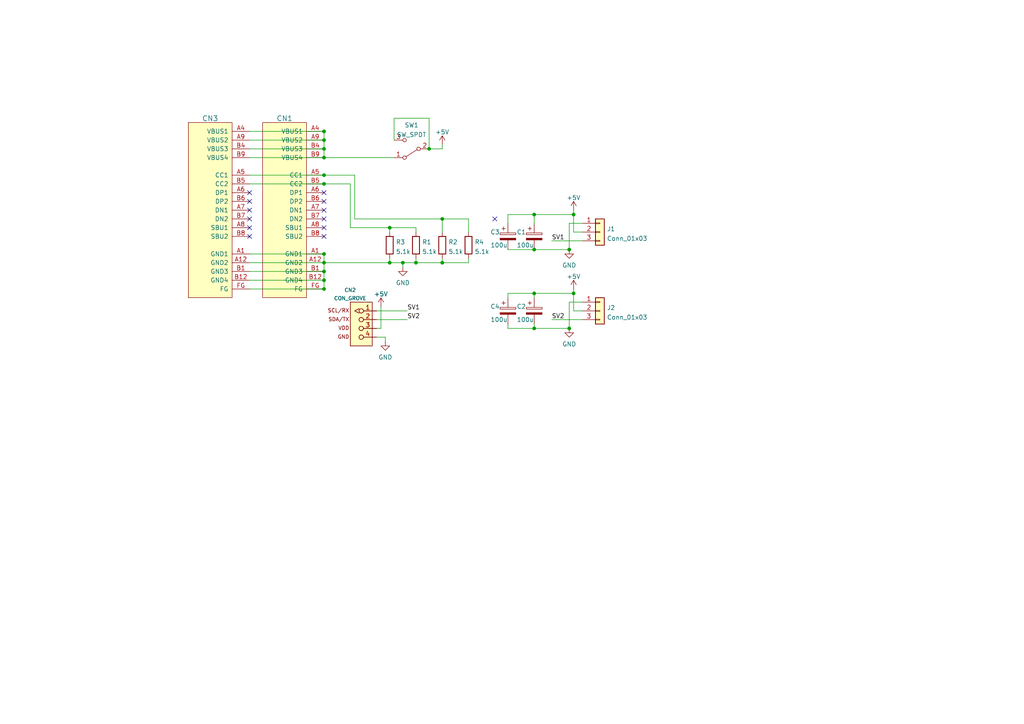
<source format=kicad_sch>
(kicad_sch (version 20211123) (generator eeschema)
  (paper "A4")
  (lib_symbols
    (symbol "Connector_Generic:Conn_01x03" (pin_names (offset 1.016) hide)
      (property "Reference" "J" (at 0 5.08 0))
      (property "Value" "Conn_01x03" (at 0 -5.08 0))
      (symbol "Conn_01x03_1_1"
        (rectangle (start -1.27 -2.413) (end 0 -2.667) (stroke (width 0.1524)))
        (rectangle (start -1.27 0.127) (end 0 -0.127) (stroke (width 0.1524)))
        (rectangle (start -1.27 2.667) (end 0 2.413) (stroke (width 0.1524)))
        (rectangle (start -1.27 3.81) (end 1.27 -3.81) (stroke (width 0.254)) (fill (type background)))
        (pin passive line (at -5.08 2.54 0) (length 3.81) (name "Pin_1") (number "1"))
        (pin passive line (at -5.08 0 0) (length 3.81) (name "Pin_2") (number "2"))
        (pin passive line (at -5.08 -2.54 0) (length 3.81) (name "Pin_3") (number "3"))
      )
    )
    (symbol "Device:C_Polarized" (pin_numbers hide) (pin_names (offset 0.254))
      (property "Reference" "C" (at 0.635 2.54 0))
      (property "Value" "C_Polarized" (at 0.635 -2.54 0))
      (symbol "C_Polarized_0_1"
        (rectangle (start -2.286 0.508) (end 2.286 1.016))
        (polyline (pts (xy -1.778 2.286) (xy -0.762 2.286)))
        (polyline (pts (xy -1.27 2.794) (xy -1.27 1.778)))
        (rectangle (start 2.286 -0.508) (end -2.286 -1.016) (fill (type outline)))
      )
      (symbol "C_Polarized_1_1"
        (pin passive line (at 0 3.81 270) (length 2.794) (name "~") (number "1"))
        (pin passive line (at 0 -3.81 90) (length 2.794) (name "~") (number "2"))
      )
    )
    (symbol "Device:R" (pin_numbers hide) (pin_names (offset 0))
      (property "Reference" "R" (at 2.032 0 90))
      (property "Value" "R" (at 0 0 90))
      (symbol "R_0_1"
        (rectangle (start -1.016 -2.54) (end 1.016 2.54) (stroke (width 0.254)))
      )
      (symbol "R_1_1"
        (pin passive line (at 0 3.81 270) (length 1.27) (name "~") (number "1"))
        (pin passive line (at 0 -3.81 90) (length 1.27) (name "~") (number "2"))
      )
    )
    (symbol "Switch:SW_SPDT" (pin_names (offset 0) hide)
      (property "Reference" "SW" (at 0 4.318 0))
      (property "Value" "SW_SPDT" (at 0 -5.08 0))
      (symbol "SW_SPDT_0_0"
        (circle (center -2.032 0) (radius 0.508))
        (circle (center 2.032 -2.54) (radius 0.508))
      )
      (symbol "SW_SPDT_0_1"
        (polyline (pts (xy -1.524 0.254) (xy 1.651 2.286)))
        (circle (center 2.032 2.54) (radius 0.508))
      )
      (symbol "SW_SPDT_1_1"
        (pin passive line (at 5.08 2.54 180) (length 2.54) (name "A") (number "1"))
        (pin passive line (at -5.08 0 0) (length 2.54) (name "B") (number "2"))
        (pin passive line (at 5.08 -2.54 180) (length 2.54) (name "C") (number "3"))
      )
    )
    (symbol "akita:CON_GROVE" (pin_names (offset 1.016))
      (property "Reference" "CN" (at 0 3.81 0))
      (property "Value" "CON_GROVE" (at 3.81 -5.08 90))
      (symbol "CON_GROVE_1_0"
        (text "GND" (at 5.334 -5.588 0) (effects (font (size 1.0668 1.0668)) (justify left bottom)))
        (text "SCL/RX" (at 5.334 2.032 0) (effects (font (size 1.0668 1.0668)) (justify left bottom)))
        (text "SDA/TX" (at 5.334 -0.508 0) (effects (font (size 1.0668 1.0668)) (justify left bottom)))
        (text "VDD" (at 5.334 -3.048 0) (effects (font (size 1.0668 1.0668)) (justify left bottom)))
        (pin bidirectional inverted_clock (at -2.54 2.54 0) (length 5.08) (name "1") (number "1"))
        (pin bidirectional inverted (at -2.54 0 0) (length 5.08) (name "2") (number "2"))
        (pin bidirectional inverted (at -2.54 -2.54 0) (length 5.08) (name "3") (number "3"))
        (pin bidirectional inverted (at -2.54 -5.08 0) (length 5.08) (name "4") (number "4"))
      )
      (symbol "CON_GROVE_1_1"
        (rectangle (start -1.27 5.08) (end 5.08 -7.62) (stroke (width 0.2032)) (fill (type background)))
      )
    )
    (symbol "akita:CON_USB-C-16p" (pin_names (offset 1.016))
      (property "Reference" "CN" (at -7.62 25.4 0))
      (symbol "CON_USB-C-16p_0_1"
        (rectangle (start -7.62 25.4) (end 5.08 -25.4) (stroke (width 0.1524)) (fill (type background)))
      )
      (symbol "CON_USB-C-16p_1_0"
        (pin bidirectional line (at -12.7 -12.7 0) (length 5.08) (name "GND1") (number "A1"))
        (pin bidirectional line (at -12.7 -15.24 0) (length 5.08) (name "GND2") (number "A12"))
        (pin bidirectional line (at -12.7 22.86 0) (length 5.08) (name "VBUS1") (number "A4"))
        (pin bidirectional line (at -12.7 10.16 0) (length 5.08) (name "CC1") (number "A5"))
        (pin bidirectional line (at -12.7 5.08 0) (length 5.08) (name "DP1") (number "A6"))
        (pin bidirectional line (at -12.7 0 0) (length 5.08) (name "DN1") (number "A7"))
        (pin bidirectional line (at -12.7 -5.08 0) (length 5.08) (name "SBU1") (number "A8"))
        (pin bidirectional line (at -12.7 20.32 0) (length 5.08) (name "VBUS2") (number "A9"))
        (pin bidirectional line (at -12.7 -17.78 0) (length 5.08) (name "GND3") (number "B1"))
        (pin bidirectional line (at -12.7 -20.32 0) (length 5.08) (name "GND4") (number "B12"))
        (pin bidirectional line (at -12.7 17.78 0) (length 5.08) (name "VBUS3") (number "B4"))
        (pin bidirectional line (at -12.7 7.62 0) (length 5.08) (name "CC2") (number "B5"))
        (pin bidirectional line (at -12.7 2.54 0) (length 5.08) (name "DP2") (number "B6"))
        (pin bidirectional line (at -12.7 -2.54 0) (length 5.08) (name "DN2") (number "B7"))
        (pin bidirectional line (at -12.7 -7.62 0) (length 5.08) (name "SBU2") (number "B8"))
        (pin bidirectional line (at -12.7 15.24 0) (length 5.08) (name "VBUS4") (number "B9"))
        (pin bidirectional line (at -12.7 -22.86 0) (length 5.08) (name "FG") (number "FG"))
      )
    )
    (symbol "power:+5V" (power) (pin_names (offset 0))
      (property "Value" "+5V" (at 0 3.556 0))
      (symbol "+5V_0_1"
        (polyline (pts (xy -0.762 1.27) (xy 0 2.54)))
        (polyline (pts (xy 0 0) (xy 0 2.54)))
        (polyline (pts (xy 0 2.54) (xy 0.762 1.27)))
      )
      (symbol "+5V_1_1"
        (pin power_in line (at 0 0 90) (length 0) hide (name "+5V") (number "1"))
      )
    )
    (symbol "power:GND" (power) (pin_names (offset 0))
      (property "Value" "GND" (at 0 -3.81 0))
      (symbol "GND_0_1"
        (polyline (pts (xy 0 0) (xy 0 -1.27) (xy 1.27 -1.27) (xy 0 -2.54) (xy -1.27 -1.27) (xy 0 -1.27)))
      )
      (symbol "GND_1_1"
        (pin power_in line (at 0 0 270) (length 0) hide (name "GND") (number "1"))
      )
    )
  )
  (junction (at 93.98 50.8))
  (junction (at 166.37 62.23))
  (junction (at 124.46 43.18))
  (junction (at 93.98 81.28))
  (junction (at 93.98 53.34))
  (junction (at 166.37 85.09))
  (junction (at 120.65 76.2))
  (junction (at 93.98 78.74))
  (junction (at 128.27 63.5))
  (junction (at 154.94 72.39))
  (junction (at 154.94 85.09))
  (junction (at 113.03 76.2))
  (junction (at 154.94 95.25))
  (junction (at 116.84 76.2))
  (junction (at 128.27 76.2))
  (junction (at 165.1 95.25))
  (junction (at 165.1 72.39))
  (junction (at 93.98 83.82))
  (junction (at 93.98 45.72))
  (junction (at 93.98 73.66))
  (junction (at 93.98 43.18))
  (junction (at 154.94 62.23))
  (junction (at 93.98 38.1))
  (junction (at 113.03 66.04))
  (junction (at 93.98 40.64))
  (junction (at 93.98 76.2))
  (no_connect (at 93.98 66.04))
  (no_connect (at 93.98 58.42))
  (no_connect (at 72.39 60.96))
  (no_connect (at 72.39 63.5))
  (no_connect (at 72.39 68.58))
  (no_connect (at 93.98 68.58))
  (no_connect (at 72.39 58.42))
  (no_connect (at 72.39 55.88))
  (no_connect (at 93.98 63.5))
  (no_connect (at 143.51 63.5))
  (no_connect (at 93.98 55.88))
  (no_connect (at 72.39 66.04))
  (no_connect (at 93.98 60.96))
  (wire (pts (xy 168.91 90.17) (xy 166.37 90.17)))
  (wire (pts (xy 165.1 64.77) (xy 165.1 72.39)))
  (wire (pts (xy 147.32 95.25) (xy 147.32 93.98)))
  (wire (pts (xy 120.65 76.2) (xy 128.27 76.2)))
  (wire (pts (xy 93.98 78.74) (xy 93.98 81.28)))
  (wire (pts (xy 166.37 67.31) (xy 166.37 62.23)))
  (wire (pts (xy 111.76 97.79) (xy 111.76 99.06)))
  (wire (pts (xy 128.27 63.5) (xy 102.87 63.5)))
  (wire (pts (xy 113.03 66.04) (xy 120.65 66.04)))
  (wire (pts (xy 109.22 90.17) (xy 118.11 90.17)))
  (wire (pts (xy 102.87 63.5) (xy 102.87 50.8)))
  (wire (pts (xy 166.37 62.23) (xy 154.94 62.23)))
  (wire (pts (xy 160.02 69.85) (xy 168.91 69.85)))
  (wire (pts (xy 113.03 66.04) (xy 113.03 67.31)))
  (wire (pts (xy 114.3 34.29) (xy 124.46 34.29)))
  (wire (pts (xy 72.39 83.82) (xy 93.98 83.82)))
  (wire (pts (xy 114.3 40.64) (xy 114.3 34.29)))
  (wire (pts (xy 128.27 43.18) (xy 128.27 41.91)))
  (wire (pts (xy 147.32 72.39) (xy 154.94 72.39)))
  (wire (pts (xy 168.91 64.77) (xy 165.1 64.77)))
  (wire (pts (xy 128.27 76.2) (xy 128.27 74.93)))
  (wire (pts (xy 72.39 73.66) (xy 93.98 73.66)))
  (wire (pts (xy 93.98 73.66) (xy 93.98 76.2)))
  (wire (pts (xy 93.98 38.1) (xy 93.98 40.64)))
  (wire (pts (xy 72.39 76.2) (xy 93.98 76.2)))
  (wire (pts (xy 124.46 43.18) (xy 128.27 43.18)))
  (wire (pts (xy 113.03 76.2) (xy 116.84 76.2)))
  (wire (pts (xy 113.03 74.93) (xy 113.03 76.2)))
  (wire (pts (xy 93.98 45.72) (xy 114.3 45.72)))
  (wire (pts (xy 72.39 53.34) (xy 93.98 53.34)))
  (wire (pts (xy 93.98 43.18) (xy 93.98 45.72)))
  (wire (pts (xy 160.02 92.71) (xy 168.91 92.71)))
  (wire (pts (xy 165.1 87.63) (xy 165.1 95.25)))
  (wire (pts (xy 109.22 95.25) (xy 110.49 95.25)))
  (wire (pts (xy 128.27 63.5) (xy 128.27 67.31)))
  (wire (pts (xy 101.6 66.04) (xy 113.03 66.04)))
  (wire (pts (xy 168.91 87.63) (xy 165.1 87.63)))
  (wire (pts (xy 72.39 81.28) (xy 93.98 81.28)))
  (wire (pts (xy 72.39 78.74) (xy 93.98 78.74)))
  (wire (pts (xy 135.89 63.5) (xy 128.27 63.5)))
  (wire (pts (xy 109.22 97.79) (xy 111.76 97.79)))
  (wire (pts (xy 166.37 62.23) (xy 166.37 60.96)))
  (wire (pts (xy 93.98 76.2) (xy 93.98 78.74)))
  (wire (pts (xy 128.27 76.2) (xy 135.89 76.2)))
  (wire (pts (xy 165.1 95.25) (xy 154.94 95.25)))
  (wire (pts (xy 135.89 67.31) (xy 135.89 63.5)))
  (wire (pts (xy 135.89 76.2) (xy 135.89 74.93)))
  (wire (pts (xy 147.32 95.25) (xy 154.94 95.25)))
  (wire (pts (xy 166.37 85.09) (xy 154.94 85.09)))
  (wire (pts (xy 93.98 81.28) (xy 93.98 83.82)))
  (wire (pts (xy 109.22 92.71) (xy 118.11 92.71)))
  (wire (pts (xy 72.39 50.8) (xy 93.98 50.8)))
  (wire (pts (xy 110.49 95.25) (xy 110.49 88.9)))
  (wire (pts (xy 72.39 43.18) (xy 93.98 43.18)))
  (wire (pts (xy 72.39 40.64) (xy 93.98 40.64)))
  (wire (pts (xy 154.94 85.09) (xy 154.94 86.36)))
  (wire (pts (xy 93.98 53.34) (xy 101.6 53.34)))
  (wire (pts (xy 120.65 66.04) (xy 120.65 67.31)))
  (wire (pts (xy 124.46 34.29) (xy 124.46 43.18)))
  (wire (pts (xy 102.87 50.8) (xy 93.98 50.8)))
  (wire (pts (xy 166.37 85.09) (xy 166.37 83.82)))
  (wire (pts (xy 168.91 67.31) (xy 166.37 67.31)))
  (wire (pts (xy 154.94 85.09) (xy 147.32 85.09)))
  (wire (pts (xy 101.6 53.34) (xy 101.6 66.04)))
  (wire (pts (xy 120.65 76.2) (xy 120.65 74.93)))
  (wire (pts (xy 166.37 90.17) (xy 166.37 85.09)))
  (wire (pts (xy 116.84 76.2) (xy 116.84 77.47)))
  (wire (pts (xy 72.39 45.72) (xy 93.98 45.72)))
  (wire (pts (xy 147.32 62.23) (xy 147.32 64.77)))
  (wire (pts (xy 147.32 85.09) (xy 147.32 86.36)))
  (wire (pts (xy 93.98 76.2) (xy 113.03 76.2)))
  (wire (pts (xy 116.84 76.2) (xy 120.65 76.2)))
  (wire (pts (xy 72.39 38.1) (xy 93.98 38.1)))
  (wire (pts (xy 93.98 40.64) (xy 93.98 43.18)))
  (wire (pts (xy 154.94 62.23) (xy 154.94 64.77)))
  (wire (pts (xy 154.94 95.25) (xy 154.94 93.98)))
  (wire (pts (xy 154.94 72.39) (xy 165.1 72.39)))
  (wire (pts (xy 154.94 62.23) (xy 147.32 62.23)))
  (label "SV2" (at 160.02 92.71 0))
  (label "SV1" (at 118.11 90.17 0))
  (label "SV1" (at 160.02 69.85 0))
  (label "SV2" (at 118.11 92.71 0))
  (symbol (lib_id "power:+5V") (at 110.49 88.9 0) (unit 1)
    (property "Reference" "#PWR?" (effects hide))
    (property "Value" "+5V" (at 110.49 85.2955 0))
  )
  (symbol (lib_id "power:GND") (at 165.1 95.25 0) (unit 1)
    (property "Reference" "#PWR06" (effects hide))
    (property "Value" "GND" (at 165.1 99.8125 0))
  )
  (symbol (lib_id "Device:C_Polarized") (at 154.94 68.58 0) (unit 1)
    (property "Reference" "C1" (at 149.86 67.31 0) (effects (justify left)))
    (property "Value" "100u" (at 149.86 71.12 0) (effects (justify left)))
    (property "Footprint" "Capacitor_THT:CP_Radial_D6.3mm_P2.50mm" (effects hide))
  )
  (symbol (lib_id "Device:R") (at 135.89 71.12 0) (unit 1)
    (property "Reference" "R4" (at 137.668 70.2115 0) (effects (justify left)))
    (property "Value" "5.1k" (at 137.668 72.9866 0) (effects (justify left)))
    (property "Footprint" "Resistor_THT:R_Axial_DIN0204_L3.6mm_D1.6mm_P7.62mm_Horizontal" (effects hide))
  )
  (symbol (lib_id "Connector_Generic:Conn_01x03") (at 173.99 90.17 0) (unit 1)
    (property "Reference" "J2" (at 176.022 89.2615 0) (effects (justify left)))
    (property "Value" "Conn_01x03" (at 176.022 92.0366 0) (effects (justify left)))
    (property "Footprint" "Connector_PinHeader_2.54mm:PinHeader_1x03_P2.54mm_Vertical" (effects hide))
  )
  (symbol (lib_id "Connector_Generic:Conn_01x03") (at 173.99 67.31 0) (unit 1)
    (property "Reference" "J1" (at 176.022 66.4015 0) (effects (justify left)))
    (property "Value" "Conn_01x03" (at 176.022 69.1766 0) (effects (justify left)))
    (property "Footprint" "Connector_PinHeader_2.54mm:PinHeader_1x03_P2.54mm_Vertical" (effects hide))
  )
  (symbol (lib_id "power:+5V") (at 166.37 60.96 0) (unit 1)
    (property "Reference" "#PWR07" (effects hide))
    (property "Value" "+5V" (at 166.37 57.3555 0))
  )
  (symbol (lib_id "power:GND") (at 116.84 77.47 0) (unit 1)
    (property "Reference" "#PWR03" (effects hide))
    (property "Value" "GND" (at 116.84 82.0325 0))
  )
  (symbol (lib_id "Device:C_Polarized") (at 147.32 90.17 0) (unit 1)
    (property "Reference" "C4" (at 142.24 88.9 0) (effects (justify left)))
    (property "Value" "100u" (at 142.24 92.71 0) (effects (justify left)))
    (property "Footprint" "Capacitor_SMD:C_1206_3216Metric" (effects hide))
  )
  (symbol (lib_id "power:+5V") (at 128.27 41.91 0) (unit 1)
    (property "Reference" "#PWR04" (effects hide))
    (property "Value" "+5V" (at 128.27 38.3055 0))
  )
  (symbol (lib_id "power:GND") (at 165.1 72.39 0) (unit 1)
    (property "Reference" "#PWR05" (effects hide))
    (property "Value" "GND" (at 165.1 76.9525 0))
  )
  (symbol (lib_id "akita:CON_GROVE") (at 106.68 92.71 0) (mirror y) (unit 1)
    (property "Reference" "CN2" (at 101.5587 84.1406 0) (effects (font (size 1.0668 1.0668))))
    (property "Value" "CON_GROVE" (at 101.5587 86.5123 0) (effects (font (size 1.0668 1.0668))))
    (property "Footprint" "akita:CON_GROVE_V" (effects hide))
  )
  (symbol (lib_id "akita:CON_USB-C-16p") (at 81.28 60.96 0) (mirror y) (unit 1)
    (property "Reference" "CN1" (at 82.55 34.365 0) (effects (font (size 1.4986 1.4986))))
    (property "Value" "CON_USB-C-16p" (effects hide))
    (property "Footprint" "akita:USB-C_16p_V_TH" (effects hide))
    (property "LCSC" " C2848615" (effects hide))
  )
  (symbol (lib_id "Device:R") (at 120.65 71.12 0) (unit 1)
    (property "Reference" "R1" (at 122.428 70.2115 0) (effects (justify left)))
    (property "Value" "5.1k" (at 122.428 72.9866 0) (effects (justify left)))
    (property "Footprint" "Resistor_SMD:R_0603_1608Metric" (effects hide))
  )
  (symbol (lib_id "Device:C_Polarized") (at 154.94 90.17 0) (unit 1)
    (property "Reference" "C2" (at 149.86 88.9 0) (effects (justify left)))
    (property "Value" "100u" (at 149.86 92.71 0) (effects (justify left)))
    (property "Footprint" "Capacitor_THT:CP_Radial_D6.3mm_P2.50mm" (effects hide))
  )
  (symbol (lib_id "akita:CON_USB-C-16p") (at 59.69 60.96 0) (mirror y) (unit 1)
    (property "Reference" "CN3" (at 60.96 34.365 0) (effects (font (size 1.4986 1.4986))))
    (property "Value" "CON_USB-C-16p" (effects hide))
    (property "Footprint" "akita:USB-C_16p_V_TH" (effects hide))
    (property "LCSC" " C2848615" (effects hide))
  )
  (symbol (lib_id "Device:R") (at 128.27 71.12 0) (unit 1)
    (property "Reference" "R2" (at 130.048 70.2115 0) (effects (justify left)))
    (property "Value" "5.1k" (at 130.048 72.9866 0) (effects (justify left)))
    (property "Footprint" "Resistor_SMD:R_0603_1608Metric" (effects hide))
  )
  (symbol (lib_id "power:+5V") (at 166.37 83.82 0) (unit 1)
    (property "Reference" "#PWR08" (effects hide))
    (property "Value" "+5V" (at 166.37 80.2155 0))
  )
  (symbol (lib_id "Device:R") (at 113.03 71.12 0) (unit 1)
    (property "Reference" "R3" (at 114.808 70.2115 0) (effects (justify left)))
    (property "Value" "5.1k" (at 114.808 72.9866 0) (effects (justify left)))
    (property "Footprint" "Resistor_THT:R_Axial_DIN0204_L3.6mm_D1.6mm_P7.62mm_Horizontal" (effects hide))
  )
  (symbol (lib_id "Device:C_Polarized") (at 147.32 68.58 0) (unit 1)
    (property "Reference" "C3" (at 142.24 67.31 0) (effects (justify left)))
    (property "Value" "100u" (at 142.24 71.12 0) (effects (justify left)))
    (property "Footprint" "Capacitor_SMD:C_1206_3216Metric" (effects hide))
  )
  (symbol (lib_id "power:GND") (at 111.76 99.06 0) (unit 1)
    (property "Reference" "#PWR02" (effects hide))
    (property "Value" "GND" (at 111.76 103.6225 0))
  )
  (symbol (lib_id "Switch:SW_SPDT") (at 119.38 43.18 180) (unit 1)
    (property "Reference" "SW1" (at 119.38 36.2925 0))
    (property "Value" "SW_SPDT" (at 119.38 39.0676 0))
    (property "Footprint" "akita:SW_SPDT_9x4mm_W2.5mm" (effects hide))
  )
)
</source>
